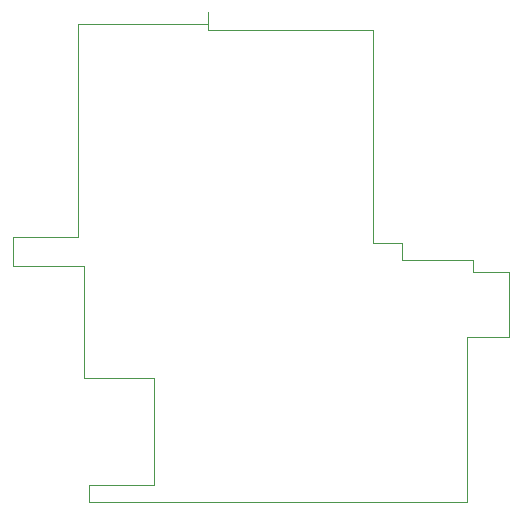
<source format=gbr>
%TF.GenerationSoftware,KiCad,Pcbnew,9.0.7*%
%TF.CreationDate,2026-02-11T23:59:08+05:30*%
%TF.ProjectId,simple MCU board,73696d70-6c65-4204-9d43-5520626f6172,rev?*%
%TF.SameCoordinates,Original*%
%TF.FileFunction,Profile,NP*%
%FSLAX46Y46*%
G04 Gerber Fmt 4.6, Leading zero omitted, Abs format (unit mm)*
G04 Created by KiCad (PCBNEW 9.0.7) date 2026-02-11 23:59:08*
%MOMM*%
%LPD*%
G01*
G04 APERTURE LIST*
%TA.AperFunction,Profile*%
%ADD10C,0.050000*%
%TD*%
G04 APERTURE END LIST*
D10*
X123000000Y-87000000D02*
X120500000Y-87000000D01*
X96500000Y-109000000D02*
X128500000Y-109000000D01*
X129000000Y-88500000D02*
X123000000Y-88500000D01*
X96000000Y-89000000D02*
X96000000Y-98500000D01*
X120500000Y-87000000D02*
X120500000Y-69000000D01*
X106500000Y-69000000D02*
X106500000Y-67500000D01*
X96500000Y-107500000D02*
X96500000Y-109000000D01*
X132000000Y-89500000D02*
X132000000Y-95000000D01*
X123000000Y-88500000D02*
X123000000Y-87000000D01*
X102000000Y-98500000D02*
X102000000Y-107500000D01*
X128500000Y-95000000D02*
X132000000Y-95000000D01*
X106500000Y-68500000D02*
X105000000Y-68500000D01*
X95500000Y-86500000D02*
X90000000Y-86500000D01*
X132000000Y-95000000D02*
X132000000Y-89500000D01*
X90000000Y-86500000D02*
X90000000Y-89000000D01*
X105000000Y-68500000D02*
X95500000Y-68500000D01*
X129000000Y-89500000D02*
X129000000Y-88500000D01*
X120500000Y-69000000D02*
X106500000Y-69000000D01*
X90000000Y-89000000D02*
X96000000Y-89000000D01*
X95500000Y-68500000D02*
X95500000Y-86500000D01*
X132000000Y-89500000D02*
X129000000Y-89500000D01*
X96000000Y-98500000D02*
X102000000Y-98500000D01*
X102000000Y-107500000D02*
X96500000Y-107500000D01*
X128500000Y-109000000D02*
X128500000Y-95000000D01*
M02*

</source>
